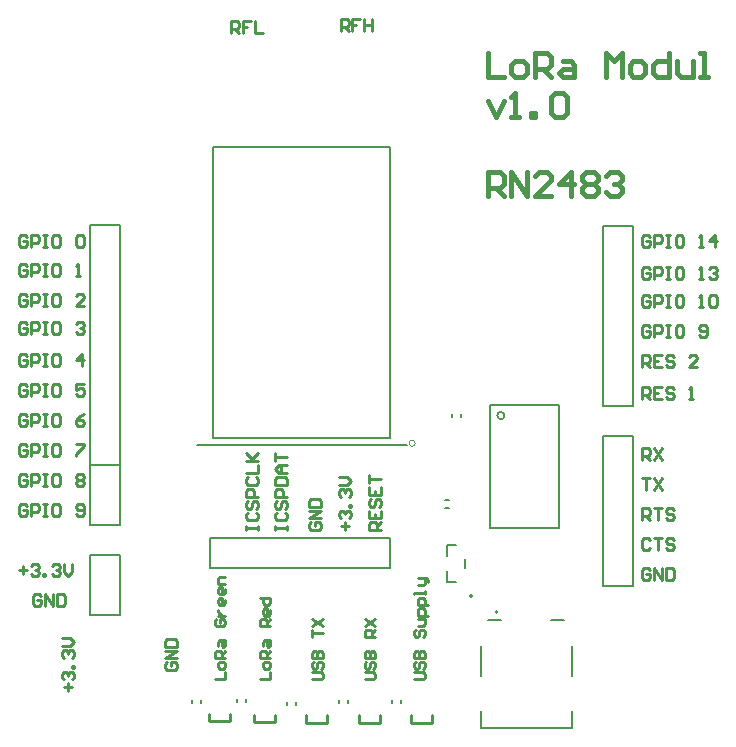
<source format=gbr>
%TF.GenerationSoftware,Altium Limited,Altium NEXUS,2.1.6 (59)*%
G04 Layer_Color=65535*
%FSLAX45Y45*%
%MOMM*%
%TF.FileFunction,Legend,Top*%
%TF.Part,Single*%
G01*
G75*
%TA.AperFunction,NonConductor*%
%ADD42C,0.15240*%
%ADD43C,0.16000*%
%ADD44C,0.00000*%
%ADD45C,0.20000*%
%ADD46C,0.25400*%
%ADD47C,0.12700*%
%ADD48C,0.40000*%
D42*
X6513100Y3880900D02*
G03*
X6513100Y3880900I-12700J0D01*
G01*
X6784180Y5408300D02*
G03*
X6784180Y5408300I-30480J0D01*
G01*
X6297700Y3995200D02*
X6372105D01*
X6297700Y4216674D02*
Y4310600D01*
X6372105D01*
X6453100Y4114174D02*
Y4191626D01*
X6297700Y3995200D02*
Y4089126D01*
X6664400Y5496500D02*
X7249400D01*
X6664400Y4456500D02*
Y5496500D01*
Y4456500D02*
X7249400D01*
Y5496500D01*
D43*
X6726200Y3743800D02*
G03*
X6726200Y3743800I-8000J0D01*
G01*
D44*
X6028700Y5173200D02*
G03*
X6028700Y5173200I-25400J0D01*
G01*
D45*
X5829300Y2971800D02*
Y2997200D01*
X5905500Y2971800D02*
Y2997200D01*
X6337300Y5397500D02*
Y5422900D01*
X6413500Y5397500D02*
Y5422900D01*
X5384800Y2971800D02*
Y2997200D01*
X5461000Y2971800D02*
Y2997200D01*
X4940300Y2959100D02*
Y2984500D01*
X5016500Y2959100D02*
Y2984500D01*
X3276600Y4991100D02*
X3530600D01*
Y4483100D02*
Y4991100D01*
X3276600Y4483100D02*
X3530600D01*
X3276600D02*
Y4991100D01*
X7616700Y7010400D02*
X7870700D01*
X7616700Y5486400D02*
X7870700D01*
X7616700D02*
Y7010400D01*
X7870700Y5486400D02*
Y7010400D01*
X3276600Y3721100D02*
X3530600D01*
X3276600D02*
Y4229100D01*
X3530600D01*
Y3721100D02*
Y4229100D01*
X3276600Y4991100D02*
Y7023100D01*
Y4991100D02*
X3530600D01*
Y7023100D01*
X3276600D02*
X3530600D01*
X4597400Y2984500D02*
Y3009900D01*
X4521200Y2984500D02*
Y3009900D01*
X7616700Y5232400D02*
X7870700D01*
Y3962400D02*
Y5232400D01*
X7616700Y3962400D02*
Y5232400D01*
Y3962400D02*
X7870700D01*
X4292600Y4114800D02*
Y4368800D01*
X5816600Y4114800D02*
Y4368800D01*
X4292600Y4114800D02*
X5816600D01*
X4292600Y4368800D02*
X5816600D01*
X6279200Y4695900D02*
X6319200D01*
X6279200Y4625900D02*
X6319200D01*
X4216400Y2971800D02*
Y2997200D01*
X4140200Y2971800D02*
Y2997200D01*
D46*
X5994400Y2806700D02*
Y2870200D01*
Y2806700D02*
X6159500D01*
X6172200D02*
Y2870200D01*
X6159500Y2806700D02*
X6172200D01*
X5549900D02*
Y2870200D01*
Y2806700D02*
X5715000D01*
X5727700D02*
Y2870200D01*
X5715000Y2806700D02*
X5727700D01*
X5105400D02*
Y2870200D01*
Y2806700D02*
X5270500D01*
X5283200D02*
Y2870200D01*
X5270500Y2806700D02*
X5283200D01*
X4660900Y2810600D02*
Y2874100D01*
Y2810600D02*
X4826000D01*
X4838700D02*
Y2874100D01*
X4826000Y2810600D02*
X4838700D01*
X4279900Y2819400D02*
Y2882900D01*
Y2819400D02*
X4445000D01*
X4457700D02*
Y2882900D01*
X4445000Y2819400D02*
X4457700D01*
X3929894Y3317845D02*
X3913232Y3301184D01*
Y3267861D01*
X3929894Y3251200D01*
X3996539D01*
X4013200Y3267861D01*
Y3301184D01*
X3996539Y3317845D01*
X3963216D01*
Y3284523D01*
X4013200Y3351168D02*
X3913232D01*
X4013200Y3417813D01*
X3913232D01*
Y3451136D02*
X4013200D01*
Y3501119D01*
X3996539Y3517781D01*
X3929894D01*
X3913232Y3501119D01*
Y3451136D01*
X3086916Y3073400D02*
Y3140045D01*
X3053594Y3106723D02*
X3120239D01*
X3053594Y3173368D02*
X3036932Y3190029D01*
Y3223352D01*
X3053594Y3240013D01*
X3070255D01*
X3086916Y3223352D01*
Y3206690D01*
Y3223352D01*
X3103577Y3240013D01*
X3120239D01*
X3136900Y3223352D01*
Y3190029D01*
X3120239Y3173368D01*
X3136900Y3273336D02*
X3120239D01*
Y3289997D01*
X3136900D01*
Y3273336D01*
X3053594Y3356642D02*
X3036932Y3373303D01*
Y3406626D01*
X3053594Y3423287D01*
X3070255D01*
X3086916Y3406626D01*
Y3389965D01*
Y3406626D01*
X3103577Y3423287D01*
X3120239D01*
X3136900Y3406626D01*
Y3373303D01*
X3120239Y3356642D01*
X3036932Y3456610D02*
X3103577D01*
X3136900Y3489932D01*
X3103577Y3523255D01*
X3036932D01*
X2860645Y3880606D02*
X2843984Y3897268D01*
X2810661D01*
X2794000Y3880606D01*
Y3813961D01*
X2810661Y3797300D01*
X2843984D01*
X2860645Y3813961D01*
Y3847284D01*
X2827323D01*
X2893968Y3797300D02*
Y3897268D01*
X2960613Y3797300D01*
Y3897268D01*
X2993936D02*
Y3797300D01*
X3043919D01*
X3060581Y3813961D01*
Y3880606D01*
X3043919Y3897268D01*
X2993936D01*
X2674600Y4101284D02*
X2741245D01*
X2707922Y4134606D02*
Y4067961D01*
X2774568Y4134606D02*
X2791229Y4151268D01*
X2824552D01*
X2841213Y4134606D01*
Y4117945D01*
X2824552Y4101284D01*
X2807890D01*
X2824552D01*
X2841213Y4084623D01*
Y4067961D01*
X2824552Y4051300D01*
X2791229D01*
X2774568Y4067961D01*
X2874536Y4051300D02*
Y4067961D01*
X2891197D01*
Y4051300D01*
X2874536D01*
X2957842Y4134606D02*
X2974503Y4151268D01*
X3007826D01*
X3024487Y4134606D01*
Y4117945D01*
X3007826Y4101284D01*
X2991164D01*
X3007826D01*
X3024487Y4084623D01*
Y4067961D01*
X3007826Y4051300D01*
X2974503D01*
X2957842Y4067961D01*
X3057810Y4151268D02*
Y4084623D01*
X3091132Y4051300D01*
X3124455Y4084623D01*
Y4151268D01*
X4840332Y4437300D02*
Y4470623D01*
Y4453961D01*
X4940300D01*
Y4437300D01*
Y4470623D01*
X4856994Y4587251D02*
X4840332Y4570590D01*
Y4537268D01*
X4856994Y4520606D01*
X4923639D01*
X4940300Y4537268D01*
Y4570590D01*
X4923639Y4587251D01*
X4856994Y4687219D02*
X4840332Y4670558D01*
Y4637236D01*
X4856994Y4620574D01*
X4873655D01*
X4890316Y4637236D01*
Y4670558D01*
X4906977Y4687219D01*
X4923639D01*
X4940300Y4670558D01*
Y4637236D01*
X4923639Y4620574D01*
X4940300Y4720542D02*
X4840332D01*
Y4770526D01*
X4856994Y4787187D01*
X4890316D01*
X4906977Y4770526D01*
Y4720542D01*
X4840332Y4820510D02*
X4940300D01*
Y4870494D01*
X4923639Y4887155D01*
X4856994D01*
X4840332Y4870494D01*
Y4820510D01*
X4940300Y4920478D02*
X4873655D01*
X4840332Y4953800D01*
X4873655Y4987123D01*
X4940300D01*
X4890316D01*
Y4920478D01*
X4840332Y5020445D02*
Y5087090D01*
Y5053768D01*
X4940300D01*
X4599032Y4437300D02*
Y4470623D01*
Y4453961D01*
X4699000D01*
Y4437300D01*
Y4470623D01*
X4615694Y4587251D02*
X4599032Y4570590D01*
Y4537268D01*
X4615694Y4520606D01*
X4682339D01*
X4699000Y4537268D01*
Y4570590D01*
X4682339Y4587251D01*
X4615694Y4687219D02*
X4599032Y4670558D01*
Y4637236D01*
X4615694Y4620574D01*
X4632355D01*
X4649016Y4637236D01*
Y4670558D01*
X4665677Y4687219D01*
X4682339D01*
X4699000Y4670558D01*
Y4637236D01*
X4682339Y4620574D01*
X4699000Y4720542D02*
X4599032D01*
Y4770526D01*
X4615694Y4787187D01*
X4649016D01*
X4665677Y4770526D01*
Y4720542D01*
X4615694Y4887155D02*
X4599032Y4870494D01*
Y4837171D01*
X4615694Y4820510D01*
X4682339D01*
X4699000Y4837171D01*
Y4870494D01*
X4682339Y4887155D01*
X4599032Y4920478D02*
X4699000D01*
Y4987123D01*
X4599032Y5020445D02*
X4699000D01*
X4665677D01*
X4599032Y5087090D01*
X4649016Y5037107D01*
X4699000Y5087090D01*
X5149094Y4503945D02*
X5132432Y4487284D01*
Y4453961D01*
X5149094Y4437300D01*
X5215739D01*
X5232400Y4453961D01*
Y4487284D01*
X5215739Y4503945D01*
X5182416D01*
Y4470623D01*
X5232400Y4537268D02*
X5132432D01*
X5232400Y4603913D01*
X5132432D01*
Y4637236D02*
X5232400D01*
Y4687219D01*
X5215739Y4703881D01*
X5149094D01*
X5132432Y4687219D01*
Y4637236D01*
X5436416Y4437300D02*
Y4503945D01*
X5403094Y4470623D02*
X5469739D01*
X5403094Y4537268D02*
X5386432Y4553929D01*
Y4587252D01*
X5403094Y4603913D01*
X5419755D01*
X5436416Y4587252D01*
Y4570590D01*
Y4587252D01*
X5453077Y4603913D01*
X5469739D01*
X5486400Y4587252D01*
Y4553929D01*
X5469739Y4537268D01*
X5486400Y4637236D02*
X5469739D01*
Y4653897D01*
X5486400D01*
Y4637236D01*
X5403094Y4720542D02*
X5386432Y4737203D01*
Y4770526D01*
X5403094Y4787187D01*
X5419755D01*
X5436416Y4770526D01*
Y4753865D01*
Y4770526D01*
X5453077Y4787187D01*
X5469739D01*
X5486400Y4770526D01*
Y4737203D01*
X5469739Y4720542D01*
X5386432Y4820510D02*
X5453077D01*
X5486400Y4853832D01*
X5453077Y4887155D01*
X5386432D01*
X5740400Y4437300D02*
X5640432D01*
Y4487284D01*
X5657094Y4503945D01*
X5690416D01*
X5707077Y4487284D01*
Y4437300D01*
Y4470623D02*
X5740400Y4503945D01*
X5640432Y4603913D02*
Y4537268D01*
X5740400D01*
Y4603913D01*
X5690416Y4537268D02*
Y4570590D01*
X5657094Y4703881D02*
X5640432Y4687219D01*
Y4653897D01*
X5657094Y4637236D01*
X5673755D01*
X5690416Y4653897D01*
Y4687219D01*
X5707077Y4703881D01*
X5723739D01*
X5740400Y4687219D01*
Y4653897D01*
X5723739Y4637236D01*
X5640432Y4803848D02*
Y4737203D01*
X5740400D01*
Y4803848D01*
X5690416Y4737203D02*
Y4770526D01*
X5640432Y4837171D02*
Y4903816D01*
Y4870494D01*
X5740400D01*
X5397500Y8661400D02*
Y8761368D01*
X5447484D01*
X5464145Y8744706D01*
Y8711384D01*
X5447484Y8694723D01*
X5397500D01*
X5430823D02*
X5464145Y8661400D01*
X5564113Y8761368D02*
X5497468D01*
Y8711384D01*
X5530790D01*
X5497468D01*
Y8661400D01*
X5597436Y8761368D02*
Y8661400D01*
Y8711384D01*
X5664081D01*
Y8761368D01*
Y8661400D01*
X4470400Y8648700D02*
Y8748668D01*
X4520384D01*
X4537045Y8732006D01*
Y8698684D01*
X4520384Y8682023D01*
X4470400D01*
X4503723D02*
X4537045Y8648700D01*
X4637013Y8748668D02*
X4570368D01*
Y8698684D01*
X4603690D01*
X4570368D01*
Y8648700D01*
X4670336Y8748668D02*
Y8648700D01*
X4736981D01*
X2741245Y6915906D02*
X2724584Y6932568D01*
X2691261D01*
X2674600Y6915906D01*
Y6849261D01*
X2691261Y6832600D01*
X2724584D01*
X2741245Y6849261D01*
Y6882584D01*
X2707922D01*
X2774568Y6832600D02*
Y6932568D01*
X2824552D01*
X2841213Y6915906D01*
Y6882584D01*
X2824552Y6865923D01*
X2774568D01*
X2874536Y6932568D02*
X2907858D01*
X2891197D01*
Y6832600D01*
X2874536D01*
X2907858D01*
X3007826Y6932568D02*
X2974503D01*
X2957842Y6915906D01*
Y6849261D01*
X2974503Y6832600D01*
X3007826D01*
X3024487Y6849261D01*
Y6915906D01*
X3007826Y6932568D01*
X3157778Y6915906D02*
X3174439Y6932568D01*
X3207761D01*
X3224423Y6915906D01*
Y6849261D01*
X3207761Y6832600D01*
X3174439D01*
X3157778Y6849261D01*
Y6915906D01*
X2741245Y6674606D02*
X2724584Y6691268D01*
X2691261D01*
X2674600Y6674606D01*
Y6607961D01*
X2691261Y6591300D01*
X2724584D01*
X2741245Y6607961D01*
Y6641284D01*
X2707922D01*
X2774568Y6591300D02*
Y6691268D01*
X2824552D01*
X2841213Y6674606D01*
Y6641284D01*
X2824552Y6624623D01*
X2774568D01*
X2874536Y6691268D02*
X2907858D01*
X2891197D01*
Y6591300D01*
X2874536D01*
X2907858D01*
X3007826Y6691268D02*
X2974503D01*
X2957842Y6674606D01*
Y6607961D01*
X2974503Y6591300D01*
X3007826D01*
X3024487Y6607961D01*
Y6674606D01*
X3007826Y6691268D01*
X3157778Y6591300D02*
X3191100D01*
X3174439D01*
Y6691268D01*
X3157778Y6674606D01*
X2741245Y6420606D02*
X2724584Y6437268D01*
X2691261D01*
X2674600Y6420606D01*
Y6353961D01*
X2691261Y6337300D01*
X2724584D01*
X2741245Y6353961D01*
Y6387284D01*
X2707922D01*
X2774568Y6337300D02*
Y6437268D01*
X2824552D01*
X2841213Y6420606D01*
Y6387284D01*
X2824552Y6370623D01*
X2774568D01*
X2874536Y6437268D02*
X2907858D01*
X2891197D01*
Y6337300D01*
X2874536D01*
X2907858D01*
X3007826Y6437268D02*
X2974503D01*
X2957842Y6420606D01*
Y6353961D01*
X2974503Y6337300D01*
X3007826D01*
X3024487Y6353961D01*
Y6420606D01*
X3007826Y6437268D01*
X3224423Y6337300D02*
X3157778D01*
X3224423Y6403945D01*
Y6420606D01*
X3207761Y6437268D01*
X3174439D01*
X3157778Y6420606D01*
X2741245Y6179306D02*
X2724584Y6195968D01*
X2691261D01*
X2674600Y6179306D01*
Y6112661D01*
X2691261Y6096000D01*
X2724584D01*
X2741245Y6112661D01*
Y6145984D01*
X2707922D01*
X2774568Y6096000D02*
Y6195968D01*
X2824552D01*
X2841213Y6179306D01*
Y6145984D01*
X2824552Y6129323D01*
X2774568D01*
X2874536Y6195968D02*
X2907858D01*
X2891197D01*
Y6096000D01*
X2874536D01*
X2907858D01*
X3007826Y6195968D02*
X2974503D01*
X2957842Y6179306D01*
Y6112661D01*
X2974503Y6096000D01*
X3007826D01*
X3024487Y6112661D01*
Y6179306D01*
X3007826Y6195968D01*
X3157778Y6179306D02*
X3174439Y6195968D01*
X3207761D01*
X3224423Y6179306D01*
Y6162645D01*
X3207761Y6145984D01*
X3191100D01*
X3207761D01*
X3224423Y6129323D01*
Y6112661D01*
X3207761Y6096000D01*
X3174439D01*
X3157778Y6112661D01*
X2741245Y5912606D02*
X2724584Y5929268D01*
X2691261D01*
X2674600Y5912606D01*
Y5845961D01*
X2691261Y5829300D01*
X2724584D01*
X2741245Y5845961D01*
Y5879284D01*
X2707922D01*
X2774568Y5829300D02*
Y5929268D01*
X2824552D01*
X2841213Y5912606D01*
Y5879284D01*
X2824552Y5862623D01*
X2774568D01*
X2874536Y5929268D02*
X2907858D01*
X2891197D01*
Y5829300D01*
X2874536D01*
X2907858D01*
X3007826Y5929268D02*
X2974503D01*
X2957842Y5912606D01*
Y5845961D01*
X2974503Y5829300D01*
X3007826D01*
X3024487Y5845961D01*
Y5912606D01*
X3007826Y5929268D01*
X3207761Y5829300D02*
Y5929268D01*
X3157778Y5879284D01*
X3224423D01*
X2741245Y5658606D02*
X2724584Y5675268D01*
X2691261D01*
X2674600Y5658606D01*
Y5591961D01*
X2691261Y5575300D01*
X2724584D01*
X2741245Y5591961D01*
Y5625284D01*
X2707922D01*
X2774568Y5575300D02*
Y5675268D01*
X2824552D01*
X2841213Y5658606D01*
Y5625284D01*
X2824552Y5608623D01*
X2774568D01*
X2874536Y5675268D02*
X2907858D01*
X2891197D01*
Y5575300D01*
X2874536D01*
X2907858D01*
X3007826Y5675268D02*
X2974503D01*
X2957842Y5658606D01*
Y5591961D01*
X2974503Y5575300D01*
X3007826D01*
X3024487Y5591961D01*
Y5658606D01*
X3007826Y5675268D01*
X3224423D02*
X3157778D01*
Y5625284D01*
X3191100Y5641945D01*
X3207761D01*
X3224423Y5625284D01*
Y5591961D01*
X3207761Y5575300D01*
X3174439D01*
X3157778Y5591961D01*
X2741245Y5404606D02*
X2724584Y5421268D01*
X2691261D01*
X2674600Y5404606D01*
Y5337961D01*
X2691261Y5321300D01*
X2724584D01*
X2741245Y5337961D01*
Y5371284D01*
X2707922D01*
X2774568Y5321300D02*
Y5421268D01*
X2824552D01*
X2841213Y5404606D01*
Y5371284D01*
X2824552Y5354623D01*
X2774568D01*
X2874536Y5421268D02*
X2907858D01*
X2891197D01*
Y5321300D01*
X2874536D01*
X2907858D01*
X3007826Y5421268D02*
X2974503D01*
X2957842Y5404606D01*
Y5337961D01*
X2974503Y5321300D01*
X3007826D01*
X3024487Y5337961D01*
Y5404606D01*
X3007826Y5421268D01*
X3224423D02*
X3191100Y5404606D01*
X3157778Y5371284D01*
Y5337961D01*
X3174439Y5321300D01*
X3207761D01*
X3224423Y5337961D01*
Y5354623D01*
X3207761Y5371284D01*
X3157778D01*
X2741245Y5150606D02*
X2724584Y5167268D01*
X2691261D01*
X2674600Y5150606D01*
Y5083961D01*
X2691261Y5067300D01*
X2724584D01*
X2741245Y5083961D01*
Y5117284D01*
X2707922D01*
X2774568Y5067300D02*
Y5167268D01*
X2824552D01*
X2841213Y5150606D01*
Y5117284D01*
X2824552Y5100623D01*
X2774568D01*
X2874536Y5167268D02*
X2907858D01*
X2891197D01*
Y5067300D01*
X2874536D01*
X2907858D01*
X3007826Y5167268D02*
X2974503D01*
X2957842Y5150606D01*
Y5083961D01*
X2974503Y5067300D01*
X3007826D01*
X3024487Y5083961D01*
Y5150606D01*
X3007826Y5167268D01*
X3157778D02*
X3224423D01*
Y5150606D01*
X3157778Y5083961D01*
Y5067300D01*
X2741245Y4896606D02*
X2724584Y4913268D01*
X2691261D01*
X2674600Y4896606D01*
Y4829961D01*
X2691261Y4813300D01*
X2724584D01*
X2741245Y4829961D01*
Y4863284D01*
X2707922D01*
X2774568Y4813300D02*
Y4913268D01*
X2824552D01*
X2841213Y4896606D01*
Y4863284D01*
X2824552Y4846623D01*
X2774568D01*
X2874536Y4913268D02*
X2907858D01*
X2891197D01*
Y4813300D01*
X2874536D01*
X2907858D01*
X3007826Y4913268D02*
X2974503D01*
X2957842Y4896606D01*
Y4829961D01*
X2974503Y4813300D01*
X3007826D01*
X3024487Y4829961D01*
Y4896606D01*
X3007826Y4913268D01*
X3157778Y4896606D02*
X3174439Y4913268D01*
X3207761D01*
X3224423Y4896606D01*
Y4879945D01*
X3207761Y4863284D01*
X3224423Y4846623D01*
Y4829961D01*
X3207761Y4813300D01*
X3174439D01*
X3157778Y4829961D01*
Y4846623D01*
X3174439Y4863284D01*
X3157778Y4879945D01*
Y4896606D01*
X3174439Y4863284D02*
X3207761D01*
X2741245Y4642606D02*
X2724584Y4659268D01*
X2691261D01*
X2674600Y4642606D01*
Y4575961D01*
X2691261Y4559300D01*
X2724584D01*
X2741245Y4575961D01*
Y4609284D01*
X2707922D01*
X2774568Y4559300D02*
Y4659268D01*
X2824552D01*
X2841213Y4642606D01*
Y4609284D01*
X2824552Y4592623D01*
X2774568D01*
X2874536Y4659268D02*
X2907858D01*
X2891197D01*
Y4559300D01*
X2874536D01*
X2907858D01*
X3007826Y4659268D02*
X2974503D01*
X2957842Y4642606D01*
Y4575961D01*
X2974503Y4559300D01*
X3007826D01*
X3024487Y4575961D01*
Y4642606D01*
X3007826Y4659268D01*
X3157778Y4575961D02*
X3174439Y4559300D01*
X3207761D01*
X3224423Y4575961D01*
Y4642606D01*
X3207761Y4659268D01*
X3174439D01*
X3157778Y4642606D01*
Y4625945D01*
X3174439Y4609284D01*
X3224423D01*
X8016645Y4096506D02*
X7999984Y4113168D01*
X7966661D01*
X7950000Y4096506D01*
Y4029861D01*
X7966661Y4013200D01*
X7999984D01*
X8016645Y4029861D01*
Y4063184D01*
X7983323D01*
X8049968Y4013200D02*
Y4113168D01*
X8116613Y4013200D01*
Y4113168D01*
X8149936D02*
Y4013200D01*
X8199920D01*
X8216581Y4029861D01*
Y4096506D01*
X8199920Y4113168D01*
X8149936D01*
X8016645Y4350506D02*
X7999984Y4367168D01*
X7966661D01*
X7950000Y4350506D01*
Y4283861D01*
X7966661Y4267200D01*
X7999984D01*
X8016645Y4283861D01*
X8049968Y4367168D02*
X8116613D01*
X8083290D01*
Y4267200D01*
X8216581Y4350506D02*
X8199920Y4367168D01*
X8166597D01*
X8149936Y4350506D01*
Y4333845D01*
X8166597Y4317184D01*
X8199920D01*
X8216581Y4300523D01*
Y4283861D01*
X8199920Y4267200D01*
X8166597D01*
X8149936Y4283861D01*
X7950000Y4521200D02*
Y4621168D01*
X7999984D01*
X8016645Y4604506D01*
Y4571184D01*
X7999984Y4554523D01*
X7950000D01*
X7983323D02*
X8016645Y4521200D01*
X8049968Y4621168D02*
X8116613D01*
X8083290D01*
Y4521200D01*
X8216581Y4604506D02*
X8199920Y4621168D01*
X8166597D01*
X8149936Y4604506D01*
Y4587845D01*
X8166597Y4571184D01*
X8199920D01*
X8216581Y4554523D01*
Y4537861D01*
X8199920Y4521200D01*
X8166597D01*
X8149936Y4537861D01*
X7950000Y4875168D02*
X8016645D01*
X7983323D01*
Y4775200D01*
X8049968Y4875168D02*
X8116613Y4775200D01*
Y4875168D02*
X8049968Y4775200D01*
X7950000Y5029200D02*
Y5129168D01*
X7999984D01*
X8016645Y5112506D01*
Y5079184D01*
X7999984Y5062523D01*
X7950000D01*
X7983323D02*
X8016645Y5029200D01*
X8049968Y5129168D02*
X8116613Y5029200D01*
Y5129168D02*
X8049968Y5029200D01*
X7950000Y5549900D02*
Y5649868D01*
X7999984D01*
X8016645Y5633206D01*
Y5599884D01*
X7999984Y5583223D01*
X7950000D01*
X7983323D02*
X8016645Y5549900D01*
X8116613Y5649868D02*
X8049968D01*
Y5549900D01*
X8116613D01*
X8049968Y5599884D02*
X8083290D01*
X8216581Y5633206D02*
X8199920Y5649868D01*
X8166597D01*
X8149936Y5633206D01*
Y5616545D01*
X8166597Y5599884D01*
X8199920D01*
X8216581Y5583223D01*
Y5566561D01*
X8199920Y5549900D01*
X8166597D01*
X8149936Y5566561D01*
X8349871Y5549900D02*
X8383194D01*
X8366533D01*
Y5649868D01*
X8349871Y5633206D01*
X7950000Y5816600D02*
Y5916568D01*
X7999984D01*
X8016645Y5899906D01*
Y5866584D01*
X7999984Y5849923D01*
X7950000D01*
X7983323D02*
X8016645Y5816600D01*
X8116613Y5916568D02*
X8049968D01*
Y5816600D01*
X8116613D01*
X8049968Y5866584D02*
X8083290D01*
X8216581Y5899906D02*
X8199920Y5916568D01*
X8166597D01*
X8149936Y5899906D01*
Y5883245D01*
X8166597Y5866584D01*
X8199920D01*
X8216581Y5849923D01*
Y5833261D01*
X8199920Y5816600D01*
X8166597D01*
X8149936Y5833261D01*
X8416516Y5816600D02*
X8349871D01*
X8416516Y5883245D01*
Y5899906D01*
X8399855Y5916568D01*
X8366533D01*
X8349871Y5899906D01*
X8016645Y6153906D02*
X7999984Y6170568D01*
X7966661D01*
X7950000Y6153906D01*
Y6087261D01*
X7966661Y6070600D01*
X7999984D01*
X8016645Y6087261D01*
Y6120584D01*
X7983323D01*
X8049968Y6070600D02*
Y6170568D01*
X8099952D01*
X8116613Y6153906D01*
Y6120584D01*
X8099952Y6103923D01*
X8049968D01*
X8149936Y6170568D02*
X8183258D01*
X8166597D01*
Y6070600D01*
X8149936D01*
X8183258D01*
X8283226Y6170568D02*
X8249903D01*
X8233242Y6153906D01*
Y6087261D01*
X8249903Y6070600D01*
X8283226D01*
X8299887Y6087261D01*
Y6153906D01*
X8283226Y6170568D01*
X8433178Y6087261D02*
X8449839Y6070600D01*
X8483162D01*
X8499823Y6087261D01*
Y6153906D01*
X8483162Y6170568D01*
X8449839D01*
X8433178Y6153906D01*
Y6137245D01*
X8449839Y6120584D01*
X8499823D01*
X8016645Y6407906D02*
X7999984Y6424568D01*
X7966661D01*
X7950000Y6407906D01*
Y6341261D01*
X7966661Y6324600D01*
X7999984D01*
X8016645Y6341261D01*
Y6374584D01*
X7983323D01*
X8049968Y6324600D02*
Y6424568D01*
X8099952D01*
X8116613Y6407906D01*
Y6374584D01*
X8099952Y6357923D01*
X8049968D01*
X8149936Y6424568D02*
X8183258D01*
X8166597D01*
Y6324600D01*
X8149936D01*
X8183258D01*
X8283226Y6424568D02*
X8249903D01*
X8233242Y6407906D01*
Y6341261D01*
X8249903Y6324600D01*
X8283226D01*
X8299887Y6341261D01*
Y6407906D01*
X8283226Y6424568D01*
X8433178Y6324600D02*
X8466500D01*
X8449839D01*
Y6424568D01*
X8433178Y6407906D01*
X8516484D02*
X8533145Y6424568D01*
X8566468D01*
X8583129Y6407906D01*
Y6341261D01*
X8566468Y6324600D01*
X8533145D01*
X8516484Y6341261D01*
Y6407906D01*
X8016645Y6649206D02*
X7999984Y6665868D01*
X7966661D01*
X7950000Y6649206D01*
Y6582561D01*
X7966661Y6565900D01*
X7999984D01*
X8016645Y6582561D01*
Y6615884D01*
X7983323D01*
X8049968Y6565900D02*
Y6665868D01*
X8099952D01*
X8116613Y6649206D01*
Y6615884D01*
X8099952Y6599223D01*
X8049968D01*
X8149936Y6665868D02*
X8183258D01*
X8166597D01*
Y6565900D01*
X8149936D01*
X8183258D01*
X8283226Y6665868D02*
X8249903D01*
X8233242Y6649206D01*
Y6582561D01*
X8249903Y6565900D01*
X8283226D01*
X8299887Y6582561D01*
Y6649206D01*
X8283226Y6665868D01*
X8433178Y6565900D02*
X8466500D01*
X8449839D01*
Y6665868D01*
X8433178Y6649206D01*
X8516484D02*
X8533145Y6665868D01*
X8566468D01*
X8583129Y6649206D01*
Y6632545D01*
X8566468Y6615884D01*
X8549807D01*
X8566468D01*
X8583129Y6599223D01*
Y6582561D01*
X8566468Y6565900D01*
X8533145D01*
X8516484Y6582561D01*
X8016645Y6915906D02*
X7999984Y6932568D01*
X7966661D01*
X7950000Y6915906D01*
Y6849261D01*
X7966661Y6832600D01*
X7999984D01*
X8016645Y6849261D01*
Y6882584D01*
X7983323D01*
X8049968Y6832600D02*
Y6932568D01*
X8099952D01*
X8116613Y6915906D01*
Y6882584D01*
X8099952Y6865923D01*
X8049968D01*
X8149936Y6932568D02*
X8183258D01*
X8166597D01*
Y6832600D01*
X8149936D01*
X8183258D01*
X8283226Y6932568D02*
X8249903D01*
X8233242Y6915906D01*
Y6849261D01*
X8249903Y6832600D01*
X8283226D01*
X8299887Y6849261D01*
Y6915906D01*
X8283226Y6932568D01*
X8433178Y6832600D02*
X8466500D01*
X8449839D01*
Y6932568D01*
X8433178Y6915906D01*
X8566468Y6832600D02*
Y6932568D01*
X8516484Y6882584D01*
X8583129D01*
X4329629Y3175000D02*
X4419600D01*
Y3234981D01*
Y3279966D02*
Y3309956D01*
X4404605Y3324951D01*
X4374615D01*
X4359619Y3309956D01*
Y3279966D01*
X4374615Y3264971D01*
X4404605D01*
X4419600Y3279966D01*
Y3354942D02*
X4329629D01*
Y3399927D01*
X4344624Y3414922D01*
X4374615D01*
X4389610Y3399927D01*
Y3354942D01*
Y3384932D02*
X4419600Y3414922D01*
X4359619Y3459908D02*
Y3489898D01*
X4374615Y3504893D01*
X4419600D01*
Y3459908D01*
X4404605Y3444913D01*
X4389610Y3459908D01*
Y3504893D01*
X4344624Y3684835D02*
X4329629Y3669840D01*
Y3639849D01*
X4344624Y3624854D01*
X4404605D01*
X4419600Y3639849D01*
Y3669840D01*
X4404605Y3684835D01*
X4374615D01*
Y3654845D01*
X4359619Y3714825D02*
X4419600D01*
X4389610D01*
X4374615Y3729820D01*
X4359619Y3744815D01*
Y3759811D01*
X4419600Y3849781D02*
Y3819791D01*
X4404605Y3804796D01*
X4374615D01*
X4359619Y3819791D01*
Y3849781D01*
X4374615Y3864777D01*
X4389610D01*
Y3804796D01*
X4419600Y3939752D02*
Y3909762D01*
X4404605Y3894767D01*
X4374615D01*
X4359619Y3909762D01*
Y3939752D01*
X4374615Y3954747D01*
X4389610D01*
Y3894767D01*
X4419600Y3984738D02*
X4359619D01*
Y4029723D01*
X4374615Y4044718D01*
X4419600D01*
X4710629Y3175000D02*
X4800600D01*
Y3234981D01*
Y3279966D02*
Y3309956D01*
X4785605Y3324951D01*
X4755615D01*
X4740619Y3309956D01*
Y3279966D01*
X4755615Y3264971D01*
X4785605D01*
X4800600Y3279966D01*
Y3354942D02*
X4710629D01*
Y3399927D01*
X4725624Y3414922D01*
X4755615D01*
X4770610Y3399927D01*
Y3354942D01*
Y3384932D02*
X4800600Y3414922D01*
X4740619Y3459908D02*
Y3489898D01*
X4755615Y3504893D01*
X4800600D01*
Y3459908D01*
X4785605Y3444913D01*
X4770610Y3459908D01*
Y3504893D01*
X4800600Y3624854D02*
X4710629D01*
Y3669840D01*
X4725624Y3684835D01*
X4755615D01*
X4770610Y3669840D01*
Y3624854D01*
Y3654845D02*
X4800600Y3684835D01*
Y3759811D02*
Y3729820D01*
X4785605Y3714825D01*
X4755615D01*
X4740619Y3729820D01*
Y3759811D01*
X4755615Y3774806D01*
X4770610D01*
Y3714825D01*
X4710629Y3864777D02*
X4800600D01*
Y3819791D01*
X4785605Y3804796D01*
X4755615D01*
X4740619Y3819791D01*
Y3864777D01*
X5155129Y3175000D02*
X5230105D01*
X5245100Y3189995D01*
Y3219985D01*
X5230105Y3234981D01*
X5155129D01*
X5170124Y3324951D02*
X5155129Y3309956D01*
Y3279966D01*
X5170124Y3264971D01*
X5185119D01*
X5200115Y3279966D01*
Y3309956D01*
X5215110Y3324951D01*
X5230105D01*
X5245100Y3309956D01*
Y3279966D01*
X5230105Y3264971D01*
X5155129Y3354942D02*
X5245100D01*
Y3399927D01*
X5230105Y3414922D01*
X5215110D01*
X5200115Y3399927D01*
Y3354942D01*
Y3399927D01*
X5185119Y3414922D01*
X5170124D01*
X5155129Y3399927D01*
Y3354942D01*
Y3534883D02*
Y3594864D01*
Y3564874D01*
X5245100D01*
X5155129Y3624854D02*
X5245100Y3684835D01*
X5155129D02*
X5245100Y3624854D01*
X5599629Y3175000D02*
X5674605D01*
X5689600Y3189995D01*
Y3219985D01*
X5674605Y3234981D01*
X5599629D01*
X5614624Y3324951D02*
X5599629Y3309956D01*
Y3279966D01*
X5614624Y3264971D01*
X5629619D01*
X5644615Y3279966D01*
Y3309956D01*
X5659610Y3324951D01*
X5674605D01*
X5689600Y3309956D01*
Y3279966D01*
X5674605Y3264971D01*
X5599629Y3354942D02*
X5689600D01*
Y3399927D01*
X5674605Y3414922D01*
X5659610D01*
X5644615Y3399927D01*
Y3354942D01*
Y3399927D01*
X5629619Y3414922D01*
X5614624D01*
X5599629Y3399927D01*
Y3354942D01*
X5689600Y3534883D02*
X5599629D01*
Y3579869D01*
X5614624Y3594864D01*
X5644615D01*
X5659610Y3579869D01*
Y3534883D01*
Y3564874D02*
X5689600Y3594864D01*
X5599629Y3624854D02*
X5689600Y3684835D01*
X5599629D02*
X5689600Y3624854D01*
X6018729Y3175000D02*
X6093705D01*
X6108700Y3189995D01*
Y3219985D01*
X6093705Y3234981D01*
X6018729D01*
X6033724Y3324951D02*
X6018729Y3309956D01*
Y3279966D01*
X6033724Y3264971D01*
X6048719D01*
X6063715Y3279966D01*
Y3309956D01*
X6078710Y3324951D01*
X6093705D01*
X6108700Y3309956D01*
Y3279966D01*
X6093705Y3264971D01*
X6018729Y3354942D02*
X6108700D01*
Y3399927D01*
X6093705Y3414922D01*
X6078710D01*
X6063715Y3399927D01*
Y3354942D01*
Y3399927D01*
X6048719Y3414922D01*
X6033724D01*
X6018729Y3399927D01*
Y3354942D01*
X6033724Y3594864D02*
X6018729Y3579869D01*
Y3549879D01*
X6033724Y3534883D01*
X6048719D01*
X6063715Y3549879D01*
Y3579869D01*
X6078710Y3594864D01*
X6093705D01*
X6108700Y3579869D01*
Y3549879D01*
X6093705Y3534883D01*
X6048719Y3624854D02*
X6093705D01*
X6108700Y3639849D01*
Y3684835D01*
X6048719D01*
X6138690Y3714825D02*
X6048719D01*
Y3759811D01*
X6063715Y3774806D01*
X6093705D01*
X6108700Y3759811D01*
Y3714825D01*
X6138690Y3804796D02*
X6048719D01*
Y3849781D01*
X6063715Y3864777D01*
X6093705D01*
X6108700Y3849781D01*
Y3804796D01*
Y3894767D02*
Y3924757D01*
Y3909762D01*
X6018729D01*
Y3894767D01*
X6048719Y3969743D02*
X6093705D01*
X6108700Y3984738D01*
Y4029723D01*
X6123695D01*
X6138690Y4014728D01*
Y3999733D01*
X6108700Y4029723D02*
X6048719D01*
D47*
X7354200Y2758800D02*
Y2905800D01*
X6582200Y2758800D02*
X7354200D01*
X6582200D02*
Y2905800D01*
X7178200Y3678800D02*
X7289200D01*
X6647200D02*
X6758200D01*
X7354200Y3205800D02*
Y3453800D01*
X6582200Y3205800D02*
Y3453800D01*
X4177300Y5154700D02*
X5957300D01*
X4319300Y5220700D02*
X5815300D01*
Y7682700D01*
X4319300D02*
X5815300D01*
X4319300Y5220700D02*
Y7682700D01*
D48*
X6644000Y8474003D02*
Y8274068D01*
X6777290D01*
X6877258D02*
X6943903D01*
X6977226Y8307390D01*
Y8374036D01*
X6943903Y8407358D01*
X6877258D01*
X6843936Y8374036D01*
Y8307390D01*
X6877258Y8274068D01*
X7043871D02*
Y8474003D01*
X7143839D01*
X7177161Y8440681D01*
Y8374036D01*
X7143839Y8340713D01*
X7043871D01*
X7110516D02*
X7177161Y8274068D01*
X7277129Y8407358D02*
X7343774D01*
X7377097Y8374036D01*
Y8274068D01*
X7277129D01*
X7243807Y8307390D01*
X7277129Y8340713D01*
X7377097D01*
X7643678Y8274068D02*
Y8474003D01*
X7710323Y8407358D01*
X7776968Y8474003D01*
Y8274068D01*
X7876936D02*
X7943581D01*
X7976904Y8307390D01*
Y8374036D01*
X7943581Y8407358D01*
X7876936D01*
X7843613Y8374036D01*
Y8307390D01*
X7876936Y8274068D01*
X8176839Y8474003D02*
Y8274068D01*
X8076872D01*
X8043549Y8307390D01*
Y8374036D01*
X8076872Y8407358D01*
X8176839D01*
X8243485D02*
Y8307390D01*
X8276807Y8274068D01*
X8376775D01*
Y8407358D01*
X8443420Y8274068D02*
X8510065D01*
X8476743D01*
Y8474003D01*
X8443420D01*
X6644000Y8071435D02*
X6710645Y7938145D01*
X6777290Y8071435D01*
X6843936Y7938145D02*
X6910581D01*
X6877258D01*
Y8138081D01*
X6843936Y8104758D01*
X7010548Y7938145D02*
Y7971468D01*
X7043871D01*
Y7938145D01*
X7010548D01*
X7177161Y8104758D02*
X7210484Y8138081D01*
X7277129D01*
X7310451Y8104758D01*
Y7971468D01*
X7277129Y7938145D01*
X7210484D01*
X7177161Y7971468D01*
Y8104758D01*
X6644000Y7266300D02*
Y7466236D01*
X6743968D01*
X6777290Y7432913D01*
Y7366268D01*
X6743968Y7332945D01*
X6644000D01*
X6710645D02*
X6777290Y7266300D01*
X6843936D02*
Y7466236D01*
X6977226Y7266300D01*
Y7466236D01*
X7177161Y7266300D02*
X7043871D01*
X7177161Y7399590D01*
Y7432913D01*
X7143839Y7466236D01*
X7077194D01*
X7043871Y7432913D01*
X7343774Y7266300D02*
Y7466236D01*
X7243807Y7366268D01*
X7377097D01*
X7443742Y7432913D02*
X7477065Y7466236D01*
X7543710D01*
X7577033Y7432913D01*
Y7399590D01*
X7543710Y7366268D01*
X7577033Y7332945D01*
Y7299622D01*
X7543710Y7266300D01*
X7477065D01*
X7443742Y7299622D01*
Y7332945D01*
X7477065Y7366268D01*
X7443742Y7399590D01*
Y7432913D01*
X7477065Y7366268D02*
X7543710D01*
X7643678Y7432913D02*
X7677000Y7466236D01*
X7743646D01*
X7776968Y7432913D01*
Y7399590D01*
X7743646Y7366268D01*
X7710323D01*
X7743646D01*
X7776968Y7332945D01*
Y7299622D01*
X7743646Y7266300D01*
X7677000D01*
X7643678Y7299622D01*
%TF.MD5,13e2fa38f172c01a2f88b586c47976eb*%
M02*

</source>
